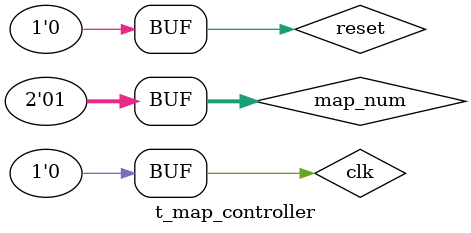
<source format=v>
`timescale 1ns / 1ps


module t_map_controller;

	// Inputs
	reg [9:0] x;
	reg [8:0] y;
	reg clk;
	reg clk_25mhz;
	reg reset;
	reg [1:0] map_num;
	// Outputs
	wire [2:0] block_color;
	wire [3:0] valid_dir;

	// Instantiate the Unit Under Test (UUT)
	map_controller uut (
		.vga_out(block_color), 
		.valid_dir(valid_dir), 
		.pixel_x(x), 
		.pixel_y(y), 
		.map_num(map_num),
		.reset(reset),
		.clk_50mhz(clk),
		.clk_25mhz(clk_25mhz),
		.tmp_in(2'b00)
	);
	integer i;
	
	initial begin
	#100;

		// Initialize Inputs
		x = 0;
		y = 16;
		clk = 0;
		clk_25mhz = 0;
		map_num = 0;
		// Wait 100 ns for global reset to finish
		#10 clk = 1; #10 clk = 0;
		reset = 1;
		#10 clk = 1; #10 clk = 0;
		#10 clk = 1; #10 clk = 0;
		#10 clk = 1; #10 clk = 0;
		reset = 0;
		
		repeat(50) begin
      #10 clk = 1; #10 clk = 0;
		end
		#10 clk = 1; #10 clk = 0;
		reset = 1;
		#10 clk = 1; #10 clk = 0;
		#10 clk = 1; #10 clk = 0;
		#10 clk = 1; #10 clk = 0;
		reset = 0;
		
		repeat(100) begin
      #10 clk = 1; #10 clk = 0;
		end
		map_num = 1;
		repeat(1000) begin
      #10 clk = 1; #10 clk = 0;
		end
		
		x = 0;
		y = 1;
		#10 clk = 1; #10 clk = 0;
		x = 1;
		y = 1;
		#10 clk = 1; #10 clk = 0;
		
		// Add stimulus here

	end
     
	always @(posedge clk) begin
		clk_25mhz <= ~clk_25mhz;
	end
	
	always @(posedge clk_25mhz) begin
		if(x == 76) begin
			x <= 44;
			y <= y + 1;
		end else begin
			x <= x + 1;
			y <= y;
		end
	end
endmodule


</source>
